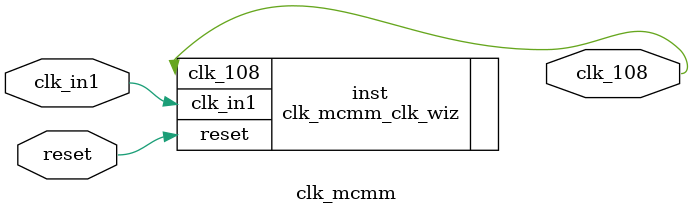
<source format=v>


`timescale 1ps/1ps

(* CORE_GENERATION_INFO = "clk_mcmm,clk_wiz_v6_0_15_0_0,{component_name=clk_mcmm,use_phase_alignment=true,use_min_o_jitter=false,use_max_i_jitter=false,use_dyn_phase_shift=false,use_inclk_switchover=false,use_dyn_reconfig=false,enable_axi=0,feedback_source=FDBK_AUTO,PRIMITIVE=MMCM,num_out_clk=1,clkin1_period=10.000,clkin2_period=10.000,use_power_down=false,use_reset=true,use_locked=false,use_inclk_stopped=false,feedback_type=SINGLE,CLOCK_MGR_TYPE=NA,manual_override=false}" *)

module clk_mcmm 
 (
  // Clock out ports
  output        clk_108,
  // Status and control signals
  input         reset,
 // Clock in ports
  input         clk_in1
 );

  clk_mcmm_clk_wiz inst
  (
  // Clock out ports  
  .clk_108(clk_108),
  // Status and control signals               
  .reset(reset), 
 // Clock in ports
  .clk_in1(clk_in1)
  );

endmodule

</source>
